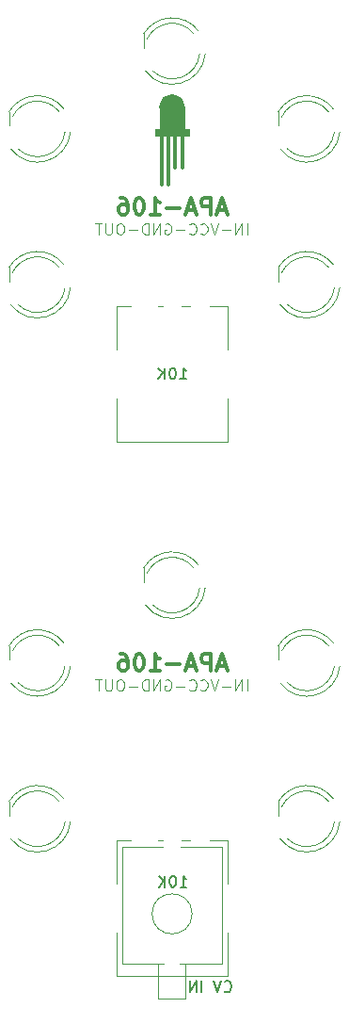
<source format=gbr>
%TF.GenerationSoftware,KiCad,Pcbnew,8.0.7*%
%TF.CreationDate,2025-02-23T13:29:02+00:00*%
%TF.ProjectId,WaveshareZeroKrell,57617665-7368-4617-9265-5a65726f4b72,rev?*%
%TF.SameCoordinates,Original*%
%TF.FileFunction,Legend,Bot*%
%TF.FilePolarity,Positive*%
%FSLAX46Y46*%
G04 Gerber Fmt 4.6, Leading zero omitted, Abs format (unit mm)*
G04 Created by KiCad (PCBNEW 8.0.7) date 2025-02-23 13:29:02*
%MOMM*%
%LPD*%
G01*
G04 APERTURE LIST*
%ADD10C,0.100000*%
%ADD11C,0.300000*%
%ADD12C,1.150000*%
%ADD13C,0.150000*%
%ADD14C,0.120000*%
G04 APERTURE END LIST*
D10*
X78900000Y-65000000D02*
X81100000Y-65000000D01*
X81100000Y-66950000D01*
X78900000Y-66950000D01*
X78900000Y-65000000D01*
G36*
X78900000Y-65000000D02*
G01*
X81100000Y-65000000D01*
X81100000Y-66950000D01*
X78900000Y-66950000D01*
X78900000Y-65000000D01*
G37*
D11*
X79700000Y-67000000D02*
X79700000Y-72000000D01*
X80300000Y-67000000D02*
X80300000Y-70500000D01*
X80900000Y-67000000D02*
X80900000Y-70500000D01*
X79100000Y-67000000D02*
X79100000Y-72000000D01*
D10*
X78500000Y-67000000D02*
X81500000Y-67000000D01*
X81500000Y-67600000D01*
X78500000Y-67600000D01*
X78500000Y-67000000D01*
G36*
X78500000Y-67000000D02*
G01*
X81500000Y-67000000D01*
X81500000Y-67600000D01*
X78500000Y-67600000D01*
X78500000Y-67000000D01*
G37*
D12*
X80575000Y-65000000D02*
G75*
G02*
X79425000Y-65000000I-575000J0D01*
G01*
X79425000Y-65000000D02*
G75*
G02*
X80575000Y-65000000I575000J0D01*
G01*
D10*
X86761903Y-117457419D02*
X86761903Y-116457419D01*
X86285713Y-117457419D02*
X86285713Y-116457419D01*
X86285713Y-116457419D02*
X85714285Y-117457419D01*
X85714285Y-117457419D02*
X85714285Y-116457419D01*
X85238094Y-117076466D02*
X84476190Y-117076466D01*
X84142856Y-116457419D02*
X83809523Y-117457419D01*
X83809523Y-117457419D02*
X83476190Y-116457419D01*
X82571428Y-117362180D02*
X82619047Y-117409800D01*
X82619047Y-117409800D02*
X82761904Y-117457419D01*
X82761904Y-117457419D02*
X82857142Y-117457419D01*
X82857142Y-117457419D02*
X82999999Y-117409800D01*
X82999999Y-117409800D02*
X83095237Y-117314561D01*
X83095237Y-117314561D02*
X83142856Y-117219323D01*
X83142856Y-117219323D02*
X83190475Y-117028847D01*
X83190475Y-117028847D02*
X83190475Y-116885990D01*
X83190475Y-116885990D02*
X83142856Y-116695514D01*
X83142856Y-116695514D02*
X83095237Y-116600276D01*
X83095237Y-116600276D02*
X82999999Y-116505038D01*
X82999999Y-116505038D02*
X82857142Y-116457419D01*
X82857142Y-116457419D02*
X82761904Y-116457419D01*
X82761904Y-116457419D02*
X82619047Y-116505038D01*
X82619047Y-116505038D02*
X82571428Y-116552657D01*
X81571428Y-117362180D02*
X81619047Y-117409800D01*
X81619047Y-117409800D02*
X81761904Y-117457419D01*
X81761904Y-117457419D02*
X81857142Y-117457419D01*
X81857142Y-117457419D02*
X81999999Y-117409800D01*
X81999999Y-117409800D02*
X82095237Y-117314561D01*
X82095237Y-117314561D02*
X82142856Y-117219323D01*
X82142856Y-117219323D02*
X82190475Y-117028847D01*
X82190475Y-117028847D02*
X82190475Y-116885990D01*
X82190475Y-116885990D02*
X82142856Y-116695514D01*
X82142856Y-116695514D02*
X82095237Y-116600276D01*
X82095237Y-116600276D02*
X81999999Y-116505038D01*
X81999999Y-116505038D02*
X81857142Y-116457419D01*
X81857142Y-116457419D02*
X81761904Y-116457419D01*
X81761904Y-116457419D02*
X81619047Y-116505038D01*
X81619047Y-116505038D02*
X81571428Y-116552657D01*
X81142856Y-117076466D02*
X80380952Y-117076466D01*
X79380952Y-116505038D02*
X79476190Y-116457419D01*
X79476190Y-116457419D02*
X79619047Y-116457419D01*
X79619047Y-116457419D02*
X79761904Y-116505038D01*
X79761904Y-116505038D02*
X79857142Y-116600276D01*
X79857142Y-116600276D02*
X79904761Y-116695514D01*
X79904761Y-116695514D02*
X79952380Y-116885990D01*
X79952380Y-116885990D02*
X79952380Y-117028847D01*
X79952380Y-117028847D02*
X79904761Y-117219323D01*
X79904761Y-117219323D02*
X79857142Y-117314561D01*
X79857142Y-117314561D02*
X79761904Y-117409800D01*
X79761904Y-117409800D02*
X79619047Y-117457419D01*
X79619047Y-117457419D02*
X79523809Y-117457419D01*
X79523809Y-117457419D02*
X79380952Y-117409800D01*
X79380952Y-117409800D02*
X79333333Y-117362180D01*
X79333333Y-117362180D02*
X79333333Y-117028847D01*
X79333333Y-117028847D02*
X79523809Y-117028847D01*
X78904761Y-117457419D02*
X78904761Y-116457419D01*
X78904761Y-116457419D02*
X78333333Y-117457419D01*
X78333333Y-117457419D02*
X78333333Y-116457419D01*
X77857142Y-117457419D02*
X77857142Y-116457419D01*
X77857142Y-116457419D02*
X77619047Y-116457419D01*
X77619047Y-116457419D02*
X77476190Y-116505038D01*
X77476190Y-116505038D02*
X77380952Y-116600276D01*
X77380952Y-116600276D02*
X77333333Y-116695514D01*
X77333333Y-116695514D02*
X77285714Y-116885990D01*
X77285714Y-116885990D02*
X77285714Y-117028847D01*
X77285714Y-117028847D02*
X77333333Y-117219323D01*
X77333333Y-117219323D02*
X77380952Y-117314561D01*
X77380952Y-117314561D02*
X77476190Y-117409800D01*
X77476190Y-117409800D02*
X77619047Y-117457419D01*
X77619047Y-117457419D02*
X77857142Y-117457419D01*
X76857142Y-117076466D02*
X76095238Y-117076466D01*
X75428571Y-116457419D02*
X75238095Y-116457419D01*
X75238095Y-116457419D02*
X75142857Y-116505038D01*
X75142857Y-116505038D02*
X75047619Y-116600276D01*
X75047619Y-116600276D02*
X75000000Y-116790752D01*
X75000000Y-116790752D02*
X75000000Y-117124085D01*
X75000000Y-117124085D02*
X75047619Y-117314561D01*
X75047619Y-117314561D02*
X75142857Y-117409800D01*
X75142857Y-117409800D02*
X75238095Y-117457419D01*
X75238095Y-117457419D02*
X75428571Y-117457419D01*
X75428571Y-117457419D02*
X75523809Y-117409800D01*
X75523809Y-117409800D02*
X75619047Y-117314561D01*
X75619047Y-117314561D02*
X75666666Y-117124085D01*
X75666666Y-117124085D02*
X75666666Y-116790752D01*
X75666666Y-116790752D02*
X75619047Y-116600276D01*
X75619047Y-116600276D02*
X75523809Y-116505038D01*
X75523809Y-116505038D02*
X75428571Y-116457419D01*
X74571428Y-116457419D02*
X74571428Y-117266942D01*
X74571428Y-117266942D02*
X74523809Y-117362180D01*
X74523809Y-117362180D02*
X74476190Y-117409800D01*
X74476190Y-117409800D02*
X74380952Y-117457419D01*
X74380952Y-117457419D02*
X74190476Y-117457419D01*
X74190476Y-117457419D02*
X74095238Y-117409800D01*
X74095238Y-117409800D02*
X74047619Y-117362180D01*
X74047619Y-117362180D02*
X74000000Y-117266942D01*
X74000000Y-117266942D02*
X74000000Y-116457419D01*
X73666666Y-116457419D02*
X73095238Y-116457419D01*
X73380952Y-117457419D02*
X73380952Y-116457419D01*
X86761903Y-76457419D02*
X86761903Y-75457419D01*
X86285713Y-76457419D02*
X86285713Y-75457419D01*
X86285713Y-75457419D02*
X85714285Y-76457419D01*
X85714285Y-76457419D02*
X85714285Y-75457419D01*
X85238094Y-76076466D02*
X84476190Y-76076466D01*
X84142856Y-75457419D02*
X83809523Y-76457419D01*
X83809523Y-76457419D02*
X83476190Y-75457419D01*
X82571428Y-76362180D02*
X82619047Y-76409800D01*
X82619047Y-76409800D02*
X82761904Y-76457419D01*
X82761904Y-76457419D02*
X82857142Y-76457419D01*
X82857142Y-76457419D02*
X82999999Y-76409800D01*
X82999999Y-76409800D02*
X83095237Y-76314561D01*
X83095237Y-76314561D02*
X83142856Y-76219323D01*
X83142856Y-76219323D02*
X83190475Y-76028847D01*
X83190475Y-76028847D02*
X83190475Y-75885990D01*
X83190475Y-75885990D02*
X83142856Y-75695514D01*
X83142856Y-75695514D02*
X83095237Y-75600276D01*
X83095237Y-75600276D02*
X82999999Y-75505038D01*
X82999999Y-75505038D02*
X82857142Y-75457419D01*
X82857142Y-75457419D02*
X82761904Y-75457419D01*
X82761904Y-75457419D02*
X82619047Y-75505038D01*
X82619047Y-75505038D02*
X82571428Y-75552657D01*
X81571428Y-76362180D02*
X81619047Y-76409800D01*
X81619047Y-76409800D02*
X81761904Y-76457419D01*
X81761904Y-76457419D02*
X81857142Y-76457419D01*
X81857142Y-76457419D02*
X81999999Y-76409800D01*
X81999999Y-76409800D02*
X82095237Y-76314561D01*
X82095237Y-76314561D02*
X82142856Y-76219323D01*
X82142856Y-76219323D02*
X82190475Y-76028847D01*
X82190475Y-76028847D02*
X82190475Y-75885990D01*
X82190475Y-75885990D02*
X82142856Y-75695514D01*
X82142856Y-75695514D02*
X82095237Y-75600276D01*
X82095237Y-75600276D02*
X81999999Y-75505038D01*
X81999999Y-75505038D02*
X81857142Y-75457419D01*
X81857142Y-75457419D02*
X81761904Y-75457419D01*
X81761904Y-75457419D02*
X81619047Y-75505038D01*
X81619047Y-75505038D02*
X81571428Y-75552657D01*
X81142856Y-76076466D02*
X80380952Y-76076466D01*
X79380952Y-75505038D02*
X79476190Y-75457419D01*
X79476190Y-75457419D02*
X79619047Y-75457419D01*
X79619047Y-75457419D02*
X79761904Y-75505038D01*
X79761904Y-75505038D02*
X79857142Y-75600276D01*
X79857142Y-75600276D02*
X79904761Y-75695514D01*
X79904761Y-75695514D02*
X79952380Y-75885990D01*
X79952380Y-75885990D02*
X79952380Y-76028847D01*
X79952380Y-76028847D02*
X79904761Y-76219323D01*
X79904761Y-76219323D02*
X79857142Y-76314561D01*
X79857142Y-76314561D02*
X79761904Y-76409800D01*
X79761904Y-76409800D02*
X79619047Y-76457419D01*
X79619047Y-76457419D02*
X79523809Y-76457419D01*
X79523809Y-76457419D02*
X79380952Y-76409800D01*
X79380952Y-76409800D02*
X79333333Y-76362180D01*
X79333333Y-76362180D02*
X79333333Y-76028847D01*
X79333333Y-76028847D02*
X79523809Y-76028847D01*
X78904761Y-76457419D02*
X78904761Y-75457419D01*
X78904761Y-75457419D02*
X78333333Y-76457419D01*
X78333333Y-76457419D02*
X78333333Y-75457419D01*
X77857142Y-76457419D02*
X77857142Y-75457419D01*
X77857142Y-75457419D02*
X77619047Y-75457419D01*
X77619047Y-75457419D02*
X77476190Y-75505038D01*
X77476190Y-75505038D02*
X77380952Y-75600276D01*
X77380952Y-75600276D02*
X77333333Y-75695514D01*
X77333333Y-75695514D02*
X77285714Y-75885990D01*
X77285714Y-75885990D02*
X77285714Y-76028847D01*
X77285714Y-76028847D02*
X77333333Y-76219323D01*
X77333333Y-76219323D02*
X77380952Y-76314561D01*
X77380952Y-76314561D02*
X77476190Y-76409800D01*
X77476190Y-76409800D02*
X77619047Y-76457419D01*
X77619047Y-76457419D02*
X77857142Y-76457419D01*
X76857142Y-76076466D02*
X76095238Y-76076466D01*
X75428571Y-75457419D02*
X75238095Y-75457419D01*
X75238095Y-75457419D02*
X75142857Y-75505038D01*
X75142857Y-75505038D02*
X75047619Y-75600276D01*
X75047619Y-75600276D02*
X75000000Y-75790752D01*
X75000000Y-75790752D02*
X75000000Y-76124085D01*
X75000000Y-76124085D02*
X75047619Y-76314561D01*
X75047619Y-76314561D02*
X75142857Y-76409800D01*
X75142857Y-76409800D02*
X75238095Y-76457419D01*
X75238095Y-76457419D02*
X75428571Y-76457419D01*
X75428571Y-76457419D02*
X75523809Y-76409800D01*
X75523809Y-76409800D02*
X75619047Y-76314561D01*
X75619047Y-76314561D02*
X75666666Y-76124085D01*
X75666666Y-76124085D02*
X75666666Y-75790752D01*
X75666666Y-75790752D02*
X75619047Y-75600276D01*
X75619047Y-75600276D02*
X75523809Y-75505038D01*
X75523809Y-75505038D02*
X75428571Y-75457419D01*
X74571428Y-75457419D02*
X74571428Y-76266942D01*
X74571428Y-76266942D02*
X74523809Y-76362180D01*
X74523809Y-76362180D02*
X74476190Y-76409800D01*
X74476190Y-76409800D02*
X74380952Y-76457419D01*
X74380952Y-76457419D02*
X74190476Y-76457419D01*
X74190476Y-76457419D02*
X74095238Y-76409800D01*
X74095238Y-76409800D02*
X74047619Y-76362180D01*
X74047619Y-76362180D02*
X74000000Y-76266942D01*
X74000000Y-76266942D02*
X74000000Y-75457419D01*
X73666666Y-75457419D02*
X73095238Y-75457419D01*
X73380952Y-76457419D02*
X73380952Y-75457419D01*
D11*
X84821427Y-74249757D02*
X84107142Y-74249757D01*
X84964284Y-74678328D02*
X84464284Y-73178328D01*
X84464284Y-73178328D02*
X83964284Y-74678328D01*
X83464285Y-74678328D02*
X83464285Y-73178328D01*
X83464285Y-73178328D02*
X82892856Y-73178328D01*
X82892856Y-73178328D02*
X82749999Y-73249757D01*
X82749999Y-73249757D02*
X82678570Y-73321185D01*
X82678570Y-73321185D02*
X82607142Y-73464042D01*
X82607142Y-73464042D02*
X82607142Y-73678328D01*
X82607142Y-73678328D02*
X82678570Y-73821185D01*
X82678570Y-73821185D02*
X82749999Y-73892614D01*
X82749999Y-73892614D02*
X82892856Y-73964042D01*
X82892856Y-73964042D02*
X83464285Y-73964042D01*
X82035713Y-74249757D02*
X81321428Y-74249757D01*
X82178570Y-74678328D02*
X81678570Y-73178328D01*
X81678570Y-73178328D02*
X81178570Y-74678328D01*
X80678571Y-74106900D02*
X79535714Y-74106900D01*
X78035713Y-74678328D02*
X78892856Y-74678328D01*
X78464285Y-74678328D02*
X78464285Y-73178328D01*
X78464285Y-73178328D02*
X78607142Y-73392614D01*
X78607142Y-73392614D02*
X78749999Y-73535471D01*
X78749999Y-73535471D02*
X78892856Y-73606900D01*
X77107142Y-73178328D02*
X76964285Y-73178328D01*
X76964285Y-73178328D02*
X76821428Y-73249757D01*
X76821428Y-73249757D02*
X76750000Y-73321185D01*
X76750000Y-73321185D02*
X76678571Y-73464042D01*
X76678571Y-73464042D02*
X76607142Y-73749757D01*
X76607142Y-73749757D02*
X76607142Y-74106900D01*
X76607142Y-74106900D02*
X76678571Y-74392614D01*
X76678571Y-74392614D02*
X76750000Y-74535471D01*
X76750000Y-74535471D02*
X76821428Y-74606900D01*
X76821428Y-74606900D02*
X76964285Y-74678328D01*
X76964285Y-74678328D02*
X77107142Y-74678328D01*
X77107142Y-74678328D02*
X77250000Y-74606900D01*
X77250000Y-74606900D02*
X77321428Y-74535471D01*
X77321428Y-74535471D02*
X77392857Y-74392614D01*
X77392857Y-74392614D02*
X77464285Y-74106900D01*
X77464285Y-74106900D02*
X77464285Y-73749757D01*
X77464285Y-73749757D02*
X77392857Y-73464042D01*
X77392857Y-73464042D02*
X77321428Y-73321185D01*
X77321428Y-73321185D02*
X77250000Y-73249757D01*
X77250000Y-73249757D02*
X77107142Y-73178328D01*
X75321429Y-73178328D02*
X75607143Y-73178328D01*
X75607143Y-73178328D02*
X75750000Y-73249757D01*
X75750000Y-73249757D02*
X75821429Y-73321185D01*
X75821429Y-73321185D02*
X75964286Y-73535471D01*
X75964286Y-73535471D02*
X76035714Y-73821185D01*
X76035714Y-73821185D02*
X76035714Y-74392614D01*
X76035714Y-74392614D02*
X75964286Y-74535471D01*
X75964286Y-74535471D02*
X75892857Y-74606900D01*
X75892857Y-74606900D02*
X75750000Y-74678328D01*
X75750000Y-74678328D02*
X75464286Y-74678328D01*
X75464286Y-74678328D02*
X75321429Y-74606900D01*
X75321429Y-74606900D02*
X75250000Y-74535471D01*
X75250000Y-74535471D02*
X75178571Y-74392614D01*
X75178571Y-74392614D02*
X75178571Y-74035471D01*
X75178571Y-74035471D02*
X75250000Y-73892614D01*
X75250000Y-73892614D02*
X75321429Y-73821185D01*
X75321429Y-73821185D02*
X75464286Y-73749757D01*
X75464286Y-73749757D02*
X75750000Y-73749757D01*
X75750000Y-73749757D02*
X75892857Y-73821185D01*
X75892857Y-73821185D02*
X75964286Y-73892614D01*
X75964286Y-73892614D02*
X76035714Y-74035471D01*
X84821427Y-115249757D02*
X84107142Y-115249757D01*
X84964284Y-115678328D02*
X84464284Y-114178328D01*
X84464284Y-114178328D02*
X83964284Y-115678328D01*
X83464285Y-115678328D02*
X83464285Y-114178328D01*
X83464285Y-114178328D02*
X82892856Y-114178328D01*
X82892856Y-114178328D02*
X82749999Y-114249757D01*
X82749999Y-114249757D02*
X82678570Y-114321185D01*
X82678570Y-114321185D02*
X82607142Y-114464042D01*
X82607142Y-114464042D02*
X82607142Y-114678328D01*
X82607142Y-114678328D02*
X82678570Y-114821185D01*
X82678570Y-114821185D02*
X82749999Y-114892614D01*
X82749999Y-114892614D02*
X82892856Y-114964042D01*
X82892856Y-114964042D02*
X83464285Y-114964042D01*
X82035713Y-115249757D02*
X81321428Y-115249757D01*
X82178570Y-115678328D02*
X81678570Y-114178328D01*
X81678570Y-114178328D02*
X81178570Y-115678328D01*
X80678571Y-115106900D02*
X79535714Y-115106900D01*
X78035713Y-115678328D02*
X78892856Y-115678328D01*
X78464285Y-115678328D02*
X78464285Y-114178328D01*
X78464285Y-114178328D02*
X78607142Y-114392614D01*
X78607142Y-114392614D02*
X78749999Y-114535471D01*
X78749999Y-114535471D02*
X78892856Y-114606900D01*
X77107142Y-114178328D02*
X76964285Y-114178328D01*
X76964285Y-114178328D02*
X76821428Y-114249757D01*
X76821428Y-114249757D02*
X76750000Y-114321185D01*
X76750000Y-114321185D02*
X76678571Y-114464042D01*
X76678571Y-114464042D02*
X76607142Y-114749757D01*
X76607142Y-114749757D02*
X76607142Y-115106900D01*
X76607142Y-115106900D02*
X76678571Y-115392614D01*
X76678571Y-115392614D02*
X76750000Y-115535471D01*
X76750000Y-115535471D02*
X76821428Y-115606900D01*
X76821428Y-115606900D02*
X76964285Y-115678328D01*
X76964285Y-115678328D02*
X77107142Y-115678328D01*
X77107142Y-115678328D02*
X77250000Y-115606900D01*
X77250000Y-115606900D02*
X77321428Y-115535471D01*
X77321428Y-115535471D02*
X77392857Y-115392614D01*
X77392857Y-115392614D02*
X77464285Y-115106900D01*
X77464285Y-115106900D02*
X77464285Y-114749757D01*
X77464285Y-114749757D02*
X77392857Y-114464042D01*
X77392857Y-114464042D02*
X77321428Y-114321185D01*
X77321428Y-114321185D02*
X77250000Y-114249757D01*
X77250000Y-114249757D02*
X77107142Y-114178328D01*
X75321429Y-114178328D02*
X75607143Y-114178328D01*
X75607143Y-114178328D02*
X75750000Y-114249757D01*
X75750000Y-114249757D02*
X75821429Y-114321185D01*
X75821429Y-114321185D02*
X75964286Y-114535471D01*
X75964286Y-114535471D02*
X76035714Y-114821185D01*
X76035714Y-114821185D02*
X76035714Y-115392614D01*
X76035714Y-115392614D02*
X75964286Y-115535471D01*
X75964286Y-115535471D02*
X75892857Y-115606900D01*
X75892857Y-115606900D02*
X75750000Y-115678328D01*
X75750000Y-115678328D02*
X75464286Y-115678328D01*
X75464286Y-115678328D02*
X75321429Y-115606900D01*
X75321429Y-115606900D02*
X75250000Y-115535471D01*
X75250000Y-115535471D02*
X75178571Y-115392614D01*
X75178571Y-115392614D02*
X75178571Y-115035471D01*
X75178571Y-115035471D02*
X75250000Y-114892614D01*
X75250000Y-114892614D02*
X75321429Y-114821185D01*
X75321429Y-114821185D02*
X75464286Y-114749757D01*
X75464286Y-114749757D02*
X75750000Y-114749757D01*
X75750000Y-114749757D02*
X75892857Y-114821185D01*
X75892857Y-114821185D02*
X75964286Y-114892614D01*
X75964286Y-114892614D02*
X76035714Y-115035471D01*
D13*
X84711904Y-144459580D02*
X84759523Y-144507200D01*
X84759523Y-144507200D02*
X84902380Y-144554819D01*
X84902380Y-144554819D02*
X84997618Y-144554819D01*
X84997618Y-144554819D02*
X85140475Y-144507200D01*
X85140475Y-144507200D02*
X85235713Y-144411961D01*
X85235713Y-144411961D02*
X85283332Y-144316723D01*
X85283332Y-144316723D02*
X85330951Y-144126247D01*
X85330951Y-144126247D02*
X85330951Y-143983390D01*
X85330951Y-143983390D02*
X85283332Y-143792914D01*
X85283332Y-143792914D02*
X85235713Y-143697676D01*
X85235713Y-143697676D02*
X85140475Y-143602438D01*
X85140475Y-143602438D02*
X84997618Y-143554819D01*
X84997618Y-143554819D02*
X84902380Y-143554819D01*
X84902380Y-143554819D02*
X84759523Y-143602438D01*
X84759523Y-143602438D02*
X84711904Y-143650057D01*
X84426189Y-143554819D02*
X84092856Y-144554819D01*
X84092856Y-144554819D02*
X83759523Y-143554819D01*
X82664284Y-144554819D02*
X82664284Y-143554819D01*
X82188094Y-144554819D02*
X82188094Y-143554819D01*
X82188094Y-143554819D02*
X81616666Y-144554819D01*
X81616666Y-144554819D02*
X81616666Y-143554819D01*
X80705476Y-89454819D02*
X81276904Y-89454819D01*
X80991190Y-89454819D02*
X80991190Y-88454819D01*
X80991190Y-88454819D02*
X81086428Y-88597676D01*
X81086428Y-88597676D02*
X81181666Y-88692914D01*
X81181666Y-88692914D02*
X81276904Y-88740533D01*
X80086428Y-88454819D02*
X79991190Y-88454819D01*
X79991190Y-88454819D02*
X79895952Y-88502438D01*
X79895952Y-88502438D02*
X79848333Y-88550057D01*
X79848333Y-88550057D02*
X79800714Y-88645295D01*
X79800714Y-88645295D02*
X79753095Y-88835771D01*
X79753095Y-88835771D02*
X79753095Y-89073866D01*
X79753095Y-89073866D02*
X79800714Y-89264342D01*
X79800714Y-89264342D02*
X79848333Y-89359580D01*
X79848333Y-89359580D02*
X79895952Y-89407200D01*
X79895952Y-89407200D02*
X79991190Y-89454819D01*
X79991190Y-89454819D02*
X80086428Y-89454819D01*
X80086428Y-89454819D02*
X80181666Y-89407200D01*
X80181666Y-89407200D02*
X80229285Y-89359580D01*
X80229285Y-89359580D02*
X80276904Y-89264342D01*
X80276904Y-89264342D02*
X80324523Y-89073866D01*
X80324523Y-89073866D02*
X80324523Y-88835771D01*
X80324523Y-88835771D02*
X80276904Y-88645295D01*
X80276904Y-88645295D02*
X80229285Y-88550057D01*
X80229285Y-88550057D02*
X80181666Y-88502438D01*
X80181666Y-88502438D02*
X80086428Y-88454819D01*
X79324523Y-89454819D02*
X79324523Y-88454819D01*
X78753095Y-89454819D02*
X79181666Y-88883390D01*
X78753095Y-88454819D02*
X79324523Y-89026247D01*
X80740476Y-135104819D02*
X81311904Y-135104819D01*
X81026190Y-135104819D02*
X81026190Y-134104819D01*
X81026190Y-134104819D02*
X81121428Y-134247676D01*
X81121428Y-134247676D02*
X81216666Y-134342914D01*
X81216666Y-134342914D02*
X81311904Y-134390533D01*
X80121428Y-134104819D02*
X80026190Y-134104819D01*
X80026190Y-134104819D02*
X79930952Y-134152438D01*
X79930952Y-134152438D02*
X79883333Y-134200057D01*
X79883333Y-134200057D02*
X79835714Y-134295295D01*
X79835714Y-134295295D02*
X79788095Y-134485771D01*
X79788095Y-134485771D02*
X79788095Y-134723866D01*
X79788095Y-134723866D02*
X79835714Y-134914342D01*
X79835714Y-134914342D02*
X79883333Y-135009580D01*
X79883333Y-135009580D02*
X79930952Y-135057200D01*
X79930952Y-135057200D02*
X80026190Y-135104819D01*
X80026190Y-135104819D02*
X80121428Y-135104819D01*
X80121428Y-135104819D02*
X80216666Y-135057200D01*
X80216666Y-135057200D02*
X80264285Y-135009580D01*
X80264285Y-135009580D02*
X80311904Y-134914342D01*
X80311904Y-134914342D02*
X80359523Y-134723866D01*
X80359523Y-134723866D02*
X80359523Y-134485771D01*
X80359523Y-134485771D02*
X80311904Y-134295295D01*
X80311904Y-134295295D02*
X80264285Y-134200057D01*
X80264285Y-134200057D02*
X80216666Y-134152438D01*
X80216666Y-134152438D02*
X80121428Y-134104819D01*
X79359523Y-135104819D02*
X79359523Y-134104819D01*
X78788095Y-135104819D02*
X79216666Y-134533390D01*
X78788095Y-134104819D02*
X79359523Y-134676247D01*
D14*
%TO.C,J5*%
X81230000Y-142020000D02*
X81230000Y-145170000D01*
X75500000Y-131520000D02*
X75500000Y-142020000D01*
X75500000Y-131520000D02*
X79200000Y-131520000D01*
X75500000Y-142020000D02*
X79280000Y-142020000D01*
X78770000Y-142020000D02*
X78770000Y-145170000D01*
X81230000Y-145170000D02*
X78770000Y-145170000D01*
X80720000Y-142020000D02*
X84500000Y-142020000D01*
X80800000Y-131520000D02*
X84500000Y-131520000D01*
X84500000Y-131520000D02*
X84500000Y-142020000D01*
X81800000Y-137520000D02*
G75*
G02*
X78200000Y-137520000I-1800000J0D01*
G01*
X78200000Y-137520000D02*
G75*
G02*
X81800000Y-137520000I1800000J0D01*
G01*
%TO.C,RV1*%
X74979000Y-86817000D02*
X74979000Y-82880000D01*
X74979000Y-95120000D02*
X74979000Y-91184000D01*
X76300000Y-82880000D02*
X74979000Y-82880000D01*
X79130000Y-82880000D02*
X78750000Y-82880000D01*
X81630000Y-82880000D02*
X80871000Y-82880000D01*
X85020000Y-82880000D02*
X83370000Y-82880000D01*
X85020000Y-86817000D02*
X85020000Y-82880000D01*
X85020000Y-95120000D02*
X74979000Y-95120000D01*
X85020000Y-95120000D02*
X85020000Y-91184000D01*
%TO.C,D3*%
X89563000Y-113433000D02*
X89563000Y-114678812D01*
X89563000Y-113433170D02*
G75*
G02*
X94514334Y-113183113I2560000J-1544830D01*
G01*
X89868316Y-113898000D02*
G75*
G02*
X94082086Y-113424944I2254684J-1080000D01*
G01*
X94603090Y-115264421D02*
G75*
G02*
X90370401Y-116755999I-2480090J286421D01*
G01*
X95099836Y-115236216D02*
G75*
G02*
X89738000Y-116778000I-2976836J258216D01*
G01*
%TO.C,D11*%
X65323000Y-79433000D02*
X65323000Y-80678812D01*
X65323000Y-79433170D02*
G75*
G02*
X70274334Y-79183113I2560000J-1544830D01*
G01*
X65628316Y-79898000D02*
G75*
G02*
X69842086Y-79424944I2254684J-1080000D01*
G01*
X70363090Y-81264421D02*
G75*
G02*
X66130401Y-82755999I-2480090J286421D01*
G01*
X70859836Y-81236216D02*
G75*
G02*
X65498000Y-82778000I-2976836J258216D01*
G01*
%TO.C,D10*%
X65323000Y-65433000D02*
X65323000Y-66678812D01*
X65323000Y-65433170D02*
G75*
G02*
X70274334Y-65183113I2560000J-1544830D01*
G01*
X65628316Y-65898000D02*
G75*
G02*
X69842086Y-65424944I2254684J-1080000D01*
G01*
X70363090Y-67264421D02*
G75*
G02*
X66130401Y-68755999I-2480090J286421D01*
G01*
X70859836Y-67236216D02*
G75*
G02*
X65498000Y-68778000I-2976836J258216D01*
G01*
%TO.C,D7*%
X89563000Y-79433000D02*
X89563000Y-80678812D01*
X89563000Y-79433170D02*
G75*
G02*
X94514334Y-79183113I2560000J-1544830D01*
G01*
X89868316Y-79898000D02*
G75*
G02*
X94082086Y-79424944I2254684J-1080000D01*
G01*
X94603090Y-81264421D02*
G75*
G02*
X90370401Y-82755999I-2480090J286421D01*
G01*
X95099836Y-81236216D02*
G75*
G02*
X89738000Y-82778000I-2976836J258216D01*
G01*
%TO.C,D4*%
X77443000Y-106433000D02*
X77443000Y-107678812D01*
X77443000Y-106433170D02*
G75*
G02*
X82394334Y-106183113I2560000J-1544830D01*
G01*
X77748316Y-106898000D02*
G75*
G02*
X81962086Y-106424944I2254684J-1080000D01*
G01*
X82483090Y-108264421D02*
G75*
G02*
X78250401Y-109755999I-2480090J286421D01*
G01*
X82979836Y-108236216D02*
G75*
G02*
X77618000Y-109778000I-2976836J258216D01*
G01*
%TO.C,D5*%
X65323000Y-113433000D02*
X65323000Y-114678812D01*
X65323000Y-113433170D02*
G75*
G02*
X70274334Y-113183113I2560000J-1544830D01*
G01*
X65628316Y-113898000D02*
G75*
G02*
X69842086Y-113424944I2254684J-1080000D01*
G01*
X70363090Y-115264421D02*
G75*
G02*
X66130401Y-116755999I-2480090J286421D01*
G01*
X70859836Y-115236216D02*
G75*
G02*
X65498000Y-116778000I-2976836J258216D01*
G01*
%TO.C,D9*%
X77443000Y-58433000D02*
X77443000Y-59678812D01*
X77443000Y-58433170D02*
G75*
G02*
X82394334Y-58183113I2560000J-1544830D01*
G01*
X77748316Y-58898000D02*
G75*
G02*
X81962086Y-58424944I2254684J-1080000D01*
G01*
X82483090Y-60264421D02*
G75*
G02*
X78250401Y-61755999I-2480090J286421D01*
G01*
X82979836Y-60236216D02*
G75*
G02*
X77618000Y-61778000I-2976836J258216D01*
G01*
%TO.C,D6*%
X65323000Y-127433000D02*
X65323000Y-128678812D01*
X65323000Y-127433170D02*
G75*
G02*
X70274334Y-127183113I2560000J-1544830D01*
G01*
X65628316Y-127898000D02*
G75*
G02*
X69842086Y-127424944I2254684J-1080000D01*
G01*
X70363090Y-129264421D02*
G75*
G02*
X66130401Y-130755999I-2480090J286421D01*
G01*
X70859836Y-129236216D02*
G75*
G02*
X65498000Y-130778000I-2976836J258216D01*
G01*
%TO.C,D2*%
X89563000Y-127433000D02*
X89563000Y-128678812D01*
X89563000Y-127433170D02*
G75*
G02*
X94514334Y-127183113I2560000J-1544830D01*
G01*
X89868316Y-127898000D02*
G75*
G02*
X94082086Y-127424944I2254684J-1080000D01*
G01*
X94603090Y-129264421D02*
G75*
G02*
X90370401Y-130755999I-2480090J286421D01*
G01*
X95099836Y-129236216D02*
G75*
G02*
X89738000Y-130778000I-2976836J258216D01*
G01*
%TO.C,RV2*%
X74979000Y-134817000D02*
X74979000Y-130880000D01*
X74979000Y-143120000D02*
X74979000Y-139184000D01*
X76300000Y-130880000D02*
X74979000Y-130880000D01*
X79130000Y-130880000D02*
X78750000Y-130880000D01*
X81630000Y-130880000D02*
X80871000Y-130880000D01*
X85020000Y-130880000D02*
X83370000Y-130880000D01*
X85020000Y-134817000D02*
X85020000Y-130880000D01*
X85020000Y-143120000D02*
X74979000Y-143120000D01*
X85020000Y-143120000D02*
X85020000Y-139184000D01*
%TO.C,D8*%
X89563000Y-65433000D02*
X89563000Y-66678812D01*
X89563000Y-65433170D02*
G75*
G02*
X94514334Y-65183113I2560000J-1544830D01*
G01*
X89868316Y-65898000D02*
G75*
G02*
X94082086Y-65424944I2254684J-1080000D01*
G01*
X94603090Y-67264421D02*
G75*
G02*
X90370401Y-68755999I-2480090J286421D01*
G01*
X95099836Y-67236216D02*
G75*
G02*
X89738000Y-68778000I-2976836J258216D01*
G01*
%TD*%
M02*

</source>
